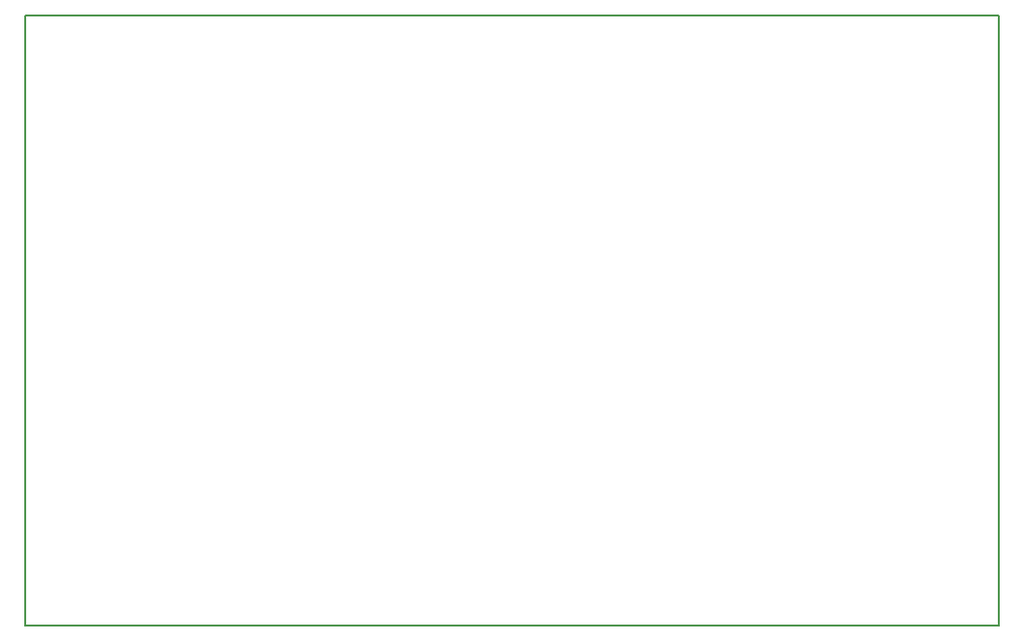
<source format=gm1>
G04 #@! TF.GenerationSoftware,KiCad,Pcbnew,(5.1.6)-1*
G04 #@! TF.CreationDate,2020-07-19T16:04:00+09:00*
G04 #@! TF.ProjectId,AutoIRShield,4175746f-4952-4536-9869-656c642e6b69,Ver1.0*
G04 #@! TF.SameCoordinates,Original*
G04 #@! TF.FileFunction,Profile,NP*
%FSLAX46Y46*%
G04 Gerber Fmt 4.6, Leading zero omitted, Abs format (unit mm)*
G04 Created by KiCad (PCBNEW (5.1.6)-1) date 2020-07-19 16:04:00*
%MOMM*%
%LPD*%
G01*
G04 APERTURE LIST*
G04 #@! TA.AperFunction,Profile*
%ADD10C,0.150000*%
G04 #@! TD*
G04 APERTURE END LIST*
D10*
X95758000Y-128905000D02*
X116332000Y-128905000D01*
X95758000Y-75565000D02*
X95758000Y-128905000D01*
X114808000Y-75565000D02*
X95758000Y-75565000D01*
X180848000Y-75565000D02*
X114808000Y-75565000D01*
X180848000Y-128905000D02*
X180848000Y-75565000D01*
X116332000Y-128905000D02*
X180848000Y-128905000D01*
M02*

</source>
